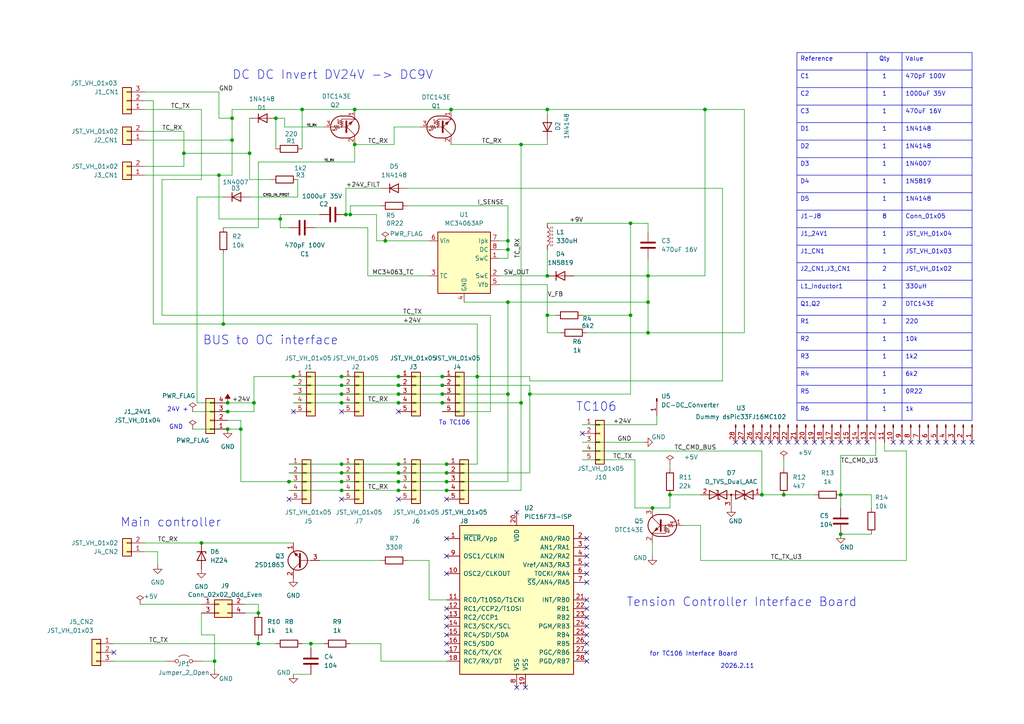
<source format=kicad_sch>
(kicad_sch (version 20250114) (generator "eeschema") (generator_version "9.0")
  (paper "A4")
  (text "TC106" (at 172.974 118.11 0) (effects (font (size 2.54 2.54))))
  (text "24V +" (at 51.562 118.872 0) (effects (font (size 1.27 1.27))))
  (text "GND" (at 51.054 123.952 0) (effects (font (size 1.27 1.27))))
  (text "Tension Controller Interface Board" (at 215.138 174.752 0) (effects (font (size 2.54 2.54))))
  (text "for TC106 Interface Board" (at 201.168 189.738 0) (effects (font (size 1.27 1.27))))
  (text "BUS to OC interface" (at 78.486 98.806 0) (effects (font (size 2.54 2.54))))
  (text "To TC106" (at 131.826 122.682 0) (effects (font (size 1.27 1.27))))
  (text "DC DC Invert DV24V -> DC9V" (at 96.52 21.844 0) (effects (font (size 2.54 2.54))))
  (text "2026.2.11" (at 213.868 193.294 0) (effects (font (size 1.27 1.27))))
  (text "Main controller" (at 49.53 151.638 0) (effects (font (size 2.54 2.54))))
  (junction (at 128.27 114.3))
  (junction (at 81.28 63.5))
  (junction (at 130.81 31.75))
  (junction (at 158.75 91.44))
  (junction (at 153.67 114.3))
  (junction (at 115.57 109.22))
  (junction (at 129.54 137.16))
  (junction (at 115.57 111.76))
  (junction (at 115.57 139.7))
  (junction (at 147.32 87.63))
  (junction (at 147.32 72.39))
  (junction (at 83.82 139.7))
  (junction (at 111.76 69.85))
  (junction (at 189.23 147.32))
  (junction (at 147.32 114.3))
  (junction (at 243.84 143.51))
  (junction (at 128.27 116.84))
  (junction (at 151.13 41.91))
  (junction (at 115.57 114.3))
  (junction (at 53.34 44.45))
  (junction (at 62.23 191.77))
  (junction (at 80.01 34.29))
  (junction (at 227.33 143.51))
  (junction (at 182.88 91.44))
  (junction (at 187.96 87.63))
  (junction (at 101.6 62.23))
  (junction (at 220.98 143.51))
  (junction (at 158.75 80.01))
  (junction (at 243.84 154.94))
  (junction (at 194.31 143.51))
  (junction (at 115.57 142.24))
  (junction (at 67.31 34.29))
  (junction (at 158.75 31.75))
  (junction (at 69.85 124.46))
  (junction (at 99.06 109.22))
  (junction (at 74.93 177.8))
  (junction (at 58.42 157.48))
  (junction (at 138.43 109.22))
  (junction (at 99.06 114.3))
  (junction (at 115.57 137.16))
  (junction (at 102.87 41.91))
  (junction (at 129.54 139.7))
  (junction (at 102.87 31.75))
  (junction (at 187.96 80.01))
  (junction (at 187.96 96.52))
  (junction (at 147.32 69.85))
  (junction (at 72.39 44.45))
  (junction (at 64.77 93.98))
  (junction (at 66.04 119.38))
  (junction (at 67.31 40.64))
  (junction (at 128.27 109.22))
  (junction (at 63.5 50.8))
  (junction (at 99.06 116.84))
  (junction (at 66.04 116.84))
  (junction (at 99.06 142.24))
  (junction (at 87.63 31.75))
  (junction (at 129.54 142.24))
  (junction (at 99.06 134.62))
  (junction (at 100.33 62.23))
  (junction (at 85.09 109.22))
  (junction (at 182.88 64.77))
  (junction (at 99.06 137.16))
  (junction (at 115.57 116.84))
  (junction (at 66.04 124.46))
  (junction (at 99.06 139.7))
  (junction (at 128.27 111.76))
  (junction (at 129.54 134.62))
  (junction (at 99.06 111.76))
  (junction (at 74.93 186.69))
  (junction (at 90.17 186.69))
  (junction (at 151.13 116.84))
  (junction (at 115.57 134.62))
  (junction (at 204.47 31.75))
  (junction (at 73.66 116.84))
  (no_connect (at 83.82 144.78))
  (no_connect (at 170.18 168.91))
  (no_connect (at 33.02 189.23))
  (no_connect (at 218.44 128.27))
  (no_connect (at 231.14 128.27))
  (no_connect (at 220.98 128.27))
  (no_connect (at 226.06 128.27))
  (no_connect (at 129.54 161.29))
  (no_connect (at 241.3 128.27))
  (no_connect (at 170.18 176.53))
  (no_connect (at 129.54 189.23))
  (no_connect (at 223.52 128.27))
  (no_connect (at 129.54 144.78))
  (no_connect (at 129.54 181.61))
  (no_connect (at 170.18 186.69))
  (no_connect (at 271.78 128.27))
  (no_connect (at 115.57 119.38))
  (no_connect (at 85.09 119.38))
  (no_connect (at 274.32 128.27))
  (no_connect (at 170.18 189.23))
  (no_connect (at 261.62 128.27))
  (no_connect (at 248.92 128.27))
  (no_connect (at 170.18 156.21))
  (no_connect (at 228.6 128.27))
  (no_connect (at 281.94 128.27))
  (no_connect (at 236.22 128.27))
  (no_connect (at 170.18 158.75))
  (no_connect (at 99.06 144.78))
  (no_connect (at 149.86 148.59))
  (no_connect (at 259.08 128.27))
  (no_connect (at 129.54 184.15))
  (no_connect (at 129.54 176.53))
  (no_connect (at 170.18 179.07))
  (no_connect (at 243.84 128.27))
  (no_connect (at 251.46 128.27))
  (no_connect (at 213.36 128.27))
  (no_connect (at 170.18 191.77))
  (no_connect (at 129.54 156.21))
  (no_connect (at 269.24 128.27))
  (no_connect (at 233.68 128.27))
  (no_connect (at 170.18 173.99))
  (no_connect (at 170.18 166.37))
  (no_connect (at 276.86 128.27))
  (no_connect (at 266.7 128.27))
  (no_connect (at 170.18 161.29))
  (no_connect (at 129.54 179.07))
  (no_connect (at 215.9 128.27))
  (no_connect (at 246.38 128.27))
  (no_connect (at 170.18 163.83))
  (no_connect (at 152.4 199.39))
  (no_connect (at 129.54 166.37))
  (no_connect (at 129.54 186.69))
  (no_connect (at 170.18 181.61))
  (no_connect (at 264.16 128.27))
  (no_connect (at 168.91 125.73))
  (no_connect (at 149.86 199.39))
  (no_connect (at 238.76 128.27))
  (no_connect (at 99.06 119.38))
  (no_connect (at 279.4 128.27))
  (no_connect (at 170.18 184.15))
  (no_connect (at 115.57 144.78))
  (wire (pts (xy 109.22 69.85) (xy 109.22 62.23)))
  (wire (pts (xy 262.89 162.56) (xy 262.89 130.81)))
  (wire (pts (xy 57.15 57.15) (xy 64.77 57.15)))
  (wire (pts (xy 99.06 142.24) (xy 115.57 142.24)))
  (wire (pts (xy 66.04 116.84) (xy 57.15 116.84)))
  (wire (pts (xy 153.67 110.49) (xy 209.55 110.49)))
  (wire (pts (xy 190.5 123.19) (xy 190.5 120.65)))
  (wire (pts (xy 101.6 59.69) (xy 101.6 62.23)))
  (wire (pts (xy 129.54 137.16) (xy 153.67 137.16)))
  (wire (pts (xy 69.85 121.92) (xy 69.85 124.46)))
  (wire (pts (xy 101.6 62.23) (xy 100.33 62.23)))
  (wire (pts (xy 72.39 44.45) (xy 72.39 52.07)))
  (wire (pts (xy 67.31 34.29) (xy 67.31 40.64)))
  (wire (pts (xy 158.75 31.75) (xy 158.75 33.02)))
  (wire (pts (xy 87.63 31.75) (xy 102.87 31.75)))
  (wire (pts (xy 111.76 69.85) (xy 109.22 69.85)))
  (wire (pts (xy 170.18 96.52) (xy 187.96 96.52)))
  (wire (pts (xy 144.78 72.39) (xy 147.32 72.39)))
  (wire (pts (xy 33.02 186.69) (xy 74.93 186.69)))
  (wire (pts (xy 110.49 54.61) (xy 100.33 54.61)))
  (wire (pts (xy 99.06 134.62) (xy 115.57 134.62)))
  (wire (pts (xy 129.54 191.77) (xy 110.49 191.77)))
  (wire (pts (xy 41.91 50.8) (xy 63.5 50.8)))
  (wire (pts (xy 92.71 162.56) (xy 110.49 162.56)))
  (wire (pts (xy 73.66 116.84) (xy 73.66 109.22)))
  (wire (pts (xy 80.01 34.29) (xy 80.01 43.18)))
  (wire (pts (xy 55.88 119.38) (xy 66.04 119.38)))
  (wire (pts (xy 158.75 41.91) (xy 158.75 40.64)))
  (wire (pts (xy 158.75 64.77) (xy 182.88 64.77)))
  (wire (pts (xy 66.04 121.92) (xy 69.85 121.92)))
  (wire (pts (xy 138.43 109.22) (xy 138.43 134.62)))
  (wire (pts (xy 128.27 116.84) (xy 151.13 116.84)))
  (wire (pts (xy 67.31 31.75) (xy 87.63 31.75)))
  (wire (pts (xy 194.31 134.62) (xy 194.31 135.89)))
  (wire (pts (xy 129.54 142.24) (xy 151.13 142.24)))
  (wire (pts (xy 58.42 184.15) (xy 62.23 184.15)))
  (wire (pts (xy 227.33 133.35) (xy 227.33 135.89)))
  (wire (pts (xy 142.24 91.44) (xy 46.99 91.44)))
  (wire (pts (xy 134.62 87.63) (xy 147.32 87.63)))
  (wire (pts (xy 187.96 80.01) (xy 187.96 87.63)))
  (wire (pts (xy 115.57 114.3) (xy 128.27 114.3)))
  (wire (pts (xy 151.13 116.84) (xy 151.13 41.91)))
  (wire (pts (xy 99.06 114.3) (xy 115.57 114.3)))
  (wire (pts (xy 144.78 82.55) (xy 158.75 82.55)))
  (wire (pts (xy 144.78 80.01) (xy 158.75 80.01)))
  (wire (pts (xy 99.06 111.76) (xy 115.57 111.76)))
  (wire (pts (xy 115.57 116.84) (xy 128.27 116.84)))
  (wire (pts (xy 124.46 69.85) (xy 111.76 69.85)))
  (wire (pts (xy 184.15 133.35) (xy 184.15 147.32)))
  (wire (pts (xy 254 132.08) (xy 254 128.27)))
  (wire (pts (xy 41.91 40.64) (xy 67.31 40.64)))
  (wire (pts (xy 71.12 175.26) (xy 74.93 175.26)))
  (wire (pts (xy 182.88 64.77) (xy 182.88 91.44)))
  (wire (pts (xy 144.78 74.93) (xy 147.32 74.93)))
  (wire (pts (xy 243.84 154.94) (xy 252.73 154.94)))
  (wire (pts (xy 114.3 36.83) (xy 121.92 36.83)))
  (wire (pts (xy 243.84 132.08) (xy 254 132.08)))
  (wire (pts (xy 74.93 186.69) (xy 80.01 186.69)))
  (wire (pts (xy 64.77 93.98) (xy 138.43 93.98)))
  (wire (pts (xy 102.87 46.99) (xy 74.93 46.99)))
  (wire (pts (xy 203.2 152.4) (xy 198.12 152.4)))
  (wire (pts (xy 58.42 191.77) (xy 62.23 191.77)))
  (wire (pts (xy 118.11 59.69) (xy 147.32 59.69)))
  (wire (pts (xy 86.36 57.15) (xy 72.39 57.15)))
  (wire (pts (xy 102.87 41.91) (xy 102.87 46.99)))
  (wire (pts (xy 115.57 137.16) (xy 129.54 137.16)))
  (wire (pts (xy 147.32 59.69) (xy 147.32 69.85)))
  (wire (pts (xy 41.91 48.26) (xy 53.34 48.26)))
  (wire (pts (xy 63.5 63.5) (xy 63.5 50.8)))
  (wire (pts (xy 187.96 87.63) (xy 147.32 87.63)))
  (wire (pts (xy 124.46 80.01) (xy 106.68 80.01)))
  (wire (pts (xy 99.06 116.84) (xy 115.57 116.84)))
  (wire (pts (xy 80.01 34.29) (xy 82.55 34.29)))
  (wire (pts (xy 45.72 160.02) (xy 45.72 163.83)))
  (wire (pts (xy 109.22 62.23) (xy 101.6 62.23)))
  (wire (pts (xy 147.32 69.85) (xy 147.32 72.39)))
  (wire (pts (xy 168.91 130.81) (xy 220.98 130.81)))
  (wire (pts (xy 41.91 160.02) (xy 45.72 160.02)))
  (wire (pts (xy 85.09 111.76) (xy 99.06 111.76)))
  (wire (pts (xy 168.91 133.35) (xy 184.15 133.35)))
  (wire (pts (xy 151.13 41.91) (xy 158.75 41.91)))
  (wire (pts (xy 57.15 116.84) (xy 57.15 57.15)))
  (wire (pts (xy 184.15 147.32) (xy 189.23 147.32)))
  (wire (pts (xy 130.81 41.91) (xy 151.13 41.91)))
  (wire (pts (xy 62.23 184.15) (xy 62.23 191.77)))
  (wire (pts (xy 83.82 66.04) (xy 81.28 66.04)))
  (wire (pts (xy 63.5 34.29) (xy 63.5 26.67)))
  (wire (pts (xy 58.42 31.75) (xy 58.42 52.07)))
  (wire (pts (xy 189.23 147.32) (xy 194.31 147.32)))
  (wire (pts (xy 187.96 80.01) (xy 204.47 80.01)))
  (wire (pts (xy 82.55 34.29) (xy 82.55 36.83)))
  (wire (pts (xy 87.63 186.69) (xy 90.17 186.69)))
  (wire (pts (xy 194.31 143.51) (xy 203.2 143.51)))
  (wire (pts (xy 41.91 38.1) (xy 53.34 38.1)))
  (wire (pts (xy 99.06 137.16) (xy 115.57 137.16)))
  (wire (pts (xy 115.57 134.62) (xy 129.54 134.62)))
  (wire (pts (xy 158.75 91.44) (xy 161.29 91.44)))
  (wire (pts (xy 182.88 64.77) (xy 187.96 64.77)))
  (wire (pts (xy 110.49 59.69) (xy 101.6 59.69)))
  (wire (pts (xy 262.89 162.56) (xy 203.2 162.56)))
  (wire (pts (xy 102.87 31.75) (xy 130.81 31.75)))
  (wire (pts (xy 100.33 54.61) (xy 100.33 62.23)))
  (wire (pts (xy 58.42 157.48) (xy 85.09 157.48)))
  (wire (pts (xy 252.73 143.51) (xy 252.73 147.32)))
  (wire (pts (xy 106.68 80.01) (xy 106.68 66.04)))
  (wire (pts (xy 138.43 93.98) (xy 138.43 109.22)))
  (wire (pts (xy 44.45 29.21) (xy 41.91 29.21)))
  (wire (pts (xy 194.31 143.51) (xy 194.31 147.32)))
  (wire (pts (xy 262.89 130.81) (xy 256.54 130.81)))
  (wire (pts (xy 115.57 139.7) (xy 129.54 139.7)))
  (wire (pts (xy 63.5 34.29) (xy 67.31 34.29)))
  (wire (pts (xy 73.66 109.22) (xy 85.09 109.22)))
  (wire (pts (xy 147.32 72.39) (xy 147.32 74.93)))
  (wire (pts (xy 168.91 91.44) (xy 182.88 91.44)))
  (wire (pts (xy 124.46 173.99) (xy 129.54 173.99)))
  (wire (pts (xy 168.91 123.19) (xy 190.5 123.19)))
  (wire (pts (xy 72.39 34.29) (xy 72.39 44.45)))
  (wire (pts (xy 90.17 186.69) (xy 93.98 186.69)))
  (wire (pts (xy 63.5 50.8) (xy 67.31 50.8)))
  (wire (pts (xy 118.11 54.61) (xy 209.55 54.61)))
  (wire (pts (xy 153.67 111.76) (xy 153.67 114.3)))
  (wire (pts (xy 153.67 109.22) (xy 138.43 109.22)))
  (wire (pts (xy 55.88 124.46) (xy 66.04 124.46)))
  (wire (pts (xy 69.85 139.7) (xy 83.82 139.7)))
  (wire (pts (xy 66.04 116.84) (xy 73.66 116.84)))
  (wire (pts (xy 153.67 114.3) (xy 182.88 114.3)))
  (wire (pts (xy 215.9 96.52) (xy 215.9 31.75)))
  (wire (pts (xy 66.04 124.46) (xy 69.85 124.46)))
  (wire (pts (xy 81.28 62.23) (xy 81.28 63.5)))
  (wire (pts (xy 128.27 119.38) (xy 142.24 119.38)))
  (wire (pts (xy 182.88 114.3) (xy 182.88 91.44)))
  (wire (pts (xy 189.23 157.48) (xy 189.23 161.29)))
  (wire (pts (xy 203.2 162.56) (xy 203.2 152.4)))
  (wire (pts (xy 147.32 87.63) (xy 147.32 114.3)))
  (wire (pts (xy 158.75 82.55) (xy 158.75 91.44)))
  (wire (pts (xy 166.37 80.01) (xy 187.96 80.01)))
  (wire (pts (xy 66.04 119.38) (xy 73.66 119.38)))
  (wire (pts (xy 158.75 96.52) (xy 158.75 91.44)))
  (wire (pts (xy 86.36 52.07) (xy 86.36 57.15)))
  (wire (pts (xy 81.28 66.04) (xy 81.28 63.5)))
  (wire (pts (xy 71.12 177.8) (xy 74.93 177.8)))
  (wire (pts (xy 209.55 110.49) (xy 209.55 54.61)))
  (wire (pts (xy 83.82 137.16) (xy 99.06 137.16)))
  (wire (pts (xy 40.64 175.26) (xy 58.42 175.26)))
  (wire (pts (xy 58.42 177.8) (xy 58.42 184.15)))
  (wire (pts (xy 130.81 31.75) (xy 158.75 31.75)))
  (wire (pts (xy 256.54 130.81) (xy 256.54 128.27)))
  (wire (pts (xy 44.45 29.21) (xy 44.45 93.98)))
  (wire (pts (xy 187.96 96.52) (xy 215.9 96.52)))
  (wire (pts (xy 129.54 134.62) (xy 138.43 134.62)))
  (wire (pts (xy 106.68 66.04) (xy 91.44 66.04)))
  (wire (pts (xy 64.77 66.04) (xy 74.93 66.04)))
  (wire (pts (xy 128.27 109.22) (xy 138.43 109.22)))
  (wire (pts (xy 69.85 124.46) (xy 69.85 139.7)))
  (wire (pts (xy 74.93 66.04) (xy 74.93 46.99)))
  (wire (pts (xy 215.9 31.75) (xy 204.47 31.75)))
  (wire (pts (xy 82.55 36.83) (xy 93.98 36.83)))
  (wire (pts (xy 128.27 114.3) (xy 147.32 114.3)))
  (wire (pts (xy 243.84 132.08) (xy 243.84 143.51)))
  (wire (pts (xy 153.67 114.3) (xy 153.67 137.16)))
  (wire (pts (xy 220.98 143.51) (xy 227.33 143.51)))
  (wire (pts (xy 168.91 128.27) (xy 186.69 128.27)))
  (wire (pts (xy 158.75 72.39) (xy 158.75 80.01)))
  (wire (pts (xy 73.66 119.38) (xy 73.66 116.84)))
  (wire (pts (xy 44.45 93.98) (xy 64.77 93.98)))
  (wire (pts (xy 83.82 142.24) (xy 99.06 142.24)))
  (wire (pts (xy 220.98 130.81) (xy 220.98 143.51)))
  (wire (pts (xy 118.11 162.56) (xy 124.46 162.56)))
  (wire (pts (xy 46.99 52.07) (xy 58.42 52.07)))
  (wire (pts (xy 74.93 185.42) (xy 74.93 186.69)))
  (wire (pts (xy 62.23 191.77) (xy 62.23 194.31)))
  (wire (pts (xy 115.57 111.76) (xy 128.27 111.76)))
  (wire (pts (xy 204.47 31.75) (xy 204.47 80.01)))
  (wire (pts (xy 53.34 38.1) (xy 53.34 44.45)))
  (wire (pts (xy 115.57 109.22) (xy 128.27 109.22)))
  (wire (pts (xy 124.46 162.56) (xy 124.46 173.99)))
  (wire (pts (xy 85.09 195.58) (xy 90.17 195.58)))
  (wire (pts (xy 53.34 44.45) (xy 53.34 48.26)))
  (wire (pts (xy 115.57 142.24) (xy 129.54 142.24)))
  (wire (pts (xy 72.39 52.07) (xy 78.74 52.07)))
  (wire (pts (xy 85.09 114.3) (xy 99.06 114.3)))
  (wire (pts (xy 99.06 139.7) (xy 115.57 139.7)))
  (wire (pts (xy 110.49 191.77) (xy 110.49 186.69)))
  (wire (pts (xy 83.82 134.62) (xy 99.06 134.62)))
  (wire (pts (xy 144.78 69.85) (xy 147.32 69.85)))
  (wire (pts (xy 142.24 119.38) (xy 142.24 91.44)))
  (wire (pts (xy 128.27 111.76) (xy 153.67 111.76)))
  (wire (pts (xy 204.47 31.75) (xy 158.75 31.75)))
  (wire (pts (xy 64.77 73.66) (xy 64.77 93.98)))
  (wire (pts (xy 153.67 110.49) (xy 153.67 109.22)))
  (wire (pts (xy 33.02 191.77) (xy 48.26 191.77)))
  (wire (pts (xy 85.09 116.84) (xy 99.06 116.84)))
  (wire (pts (xy 99.06 109.22) (xy 115.57 109.22)))
  (wire (pts (xy 41.91 31.75) (xy 58.42 31.75)))
  (wire (pts (xy 243.84 143.51) (xy 252.73 143.51)))
  (wire (pts (xy 129.54 139.7) (xy 147.32 139.7)))
  (wire (pts (xy 74.93 175.26) (xy 74.93 177.8)))
  (wire (pts (xy 162.56 96.52) (xy 158.75 96.52)))
  (wire (pts (xy 63.5 26.67) (xy 41.91 26.67)))
  (wire (pts (xy 72.39 44.45) (xy 53.34 44.45)))
  (wire (pts (xy 187.96 87.63) (xy 187.96 96.52)))
  (wire (pts (xy 102.87 41.91) (xy 114.3 41.91)))
  (wire (pts (xy 67.31 31.75) (xy 67.31 34.29)))
  (wire (pts (xy 83.82 139.7) (xy 99.06 139.7)))
  (wire (pts (xy 85.09 109.22) (xy 99.06 109.22)))
  (wire (pts (xy 41.91 157.48) (xy 58.42 157.48)))
  (wire (pts (xy 243.84 143.51) (xy 243.84 147.32)))
  (wire (pts (xy 67.31 50.8) (xy 67.31 40.64)))
  (wire (pts (xy 147.32 114.3) (xy 147.32 139.7)))
  (wire (pts (xy 92.71 62.23) (xy 81.28 62.23)))
  (wire (pts (xy 90.17 186.69) (xy 90.17 187.96)))
  (wire (pts (xy 87.63 31.75) (xy 87.63 43.18)))
  (wire (pts (xy 110.49 186.69) (xy 101.6 186.69)))
  (wire (pts (xy 227.33 143.51) (xy 236.22 143.51)))
  (wire (pts (xy 151.13 142.24) (xy 151.13 116.84)))
  (wire (pts (xy 187.96 74.93) (xy 187.96 80.01)))
  (wire (pts (xy 81.28 63.5) (xy 63.5 63.5)))
  (wire (pts (xy 187.96 64.77) (xy 187.96 67.31)))
  (wire (pts (xy 46.99 91.44) (xy 46.99 52.07)))
  (wire (pts (xy 114.3 41.91) (xy 114.3 36.83)))
  (table (column_count 3) (border (external yes) (header yes)) (separators (rows yes) (cols yes)) (column_widths 20.32 10.16 20.32) (row_heights 5.08 5.08 5.08 5.08 5.08 5.08 5.08 5.08 5.08 5.08 5.08 5.08 5.08 5.08 5.08 5.08 5.08 5.08 5.08 5.08 5.08) (cells (table_cell "Reference" (at 231.14 15.24 0) (size 20.32 5.08) (margins 0.9525 0.9525 0.9525 0.9525) (span 1 1)) (table_cell "Qty" (at 251.46 15.24 0) (size 10.16 5.08) (margins 0.9525 0.9525 0.9525 0.9525) (span 1 1)) (table_cell "Value" (at 261.62 15.24 0) (size 20.32 5.08) (margins 0.9525 0.9525 0.9525 0.9525) (span 1 1)) (table_cell "C1" (at 231.14 20.32 0) (size 20.32 5.08) (margins 0.9525 0.9525 0.9525 0.9525) (span 1 1)) (table_cell "1" (at 251.46 20.32 0) (size 10.16 5.08) (margins 0.9525 0.9525 0.9525 0.9525) (span 1 1)) (table_cell "470pF 100V" (at 261.62 20.32 0) (size 20.32 5.08) (margins 0.9525 0.9525 0.9525 0.9525) (span 1 1)) (table_cell "C2" (at 231.14 25.4 0) (size 20.32 5.08) (margins 0.9525 0.9525 0.9525 0.9525) (span 1 1)) (table_cell "1" (at 251.46 25.4 0) (size 10.16 5.08) (margins 0.9525 0.9525 0.9525 0.9525) (span 1 1)) (table_cell "1000uF 35V" (at 261.62 25.4 0) (size 20.32 5.08) (margins 0.9525 0.9525 0.9525 0.9525) (span 1 1)) (table_cell "C3" (at 231.14 30.48 0) (size 20.32 5.08) (margins 0.9525 0.9525 0.9525 0.9525) (span 1 1)) (table_cell "1" (at 251.46 30.48 0) (size 10.16 5.08) (margins 0.9525 0.9525 0.9525 0.9525) (span 1 1)) (table_cell "470uF 16V" (at 261.62 30.48 0) (size 20.32 5.08) (margins 0.9525 0.9525 0.9525 0.9525) (span 1 1)) (table_cell "D1" (at 231.14 35.56 0) (size 20.32 5.08) (margins 0.9525 0.9525 0.9525 0.9525) (span 1 1)) (table_cell "1" (at 251.46 35.56 0) (size 10.16 5.08) (margins 0.9525 0.9525 0.9525 0.9525) (span 1 1)) (table_cell "1N4148" (at 261.62 35.56 0) (size 20.32 5.08) (margins 0.9525 0.9525 0.9525 0.9525) (span 1 1)) (table_cell "D2" (at 231.14 40.64 0) (size 20.32 5.08) (margins 0.9525 0.9525 0.9525 0.9525) (span 1 1)) (table_cell "1" (at 251.46 40.64 0) (size 10.16 5.08) (margins 0.9525 0.9525 0.9525 0.9525) (span 1 1)) (table_cell "1N4148" (at 261.62 40.64 0) (size 20.32 5.08) (margins 0.9525 0.9525 0.9525 0.9525) (span 1 1)) (table_cell "D3" (at 231.14 45.72 0) (size 20.32 5.08) (margins 0.9525 0.9525 0.9525 0.9525) (span 1 1)) (table_cell "1" (at 251.46 45.72 0) (size 10.16 5.08) (margins 0.9525 0.9525 0.9525 0.9525) (span 1 1)) (table_cell "1N4007" (at 261.62 45.72 0) (size 20.32 5.08) (margins 0.9525 0.9525 0.9525 0.9525) (span 1 1)) (table_cell "D4" (at 231.14 50.8 0) (size 20.32 5.08) (margins 0.9525 0.9525 0.9525 0.9525) (span 1 1)) (table_cell "1" (at 251.46 50.8 0) (size 10.16 5.08) (margins 0.9525 0.9525 0.9525 0.9525) (span 1 1)) (table_cell "1N5819" (at 261.62 50.8 0) (size 20.32 5.08) (margins 0.9525 0.9525 0.9525 0.9525) (span 1 1)) (table_cell "D5" (at 231.14 55.88 0) (size 20.32 5.08) (margins 0.9525 0.9525 0.9525 0.9525) (span 1 1)) (table_cell "1" (at 251.46 55.88 0) (size 10.16 5.08) (margins 0.9525 0.9525 0.9525 0.9525) (span 1 1)) (table_cell "1N4148" (at 261.62 55.88 0) (size 20.32 5.08) (margins 0.9525 0.9525 0.9525 0.9525) (span 1 1)) (table_cell "J1-J8" (at 231.14 60.96 0) (size 20.32 5.08) (margins 0.9525 0.9525 0.9525 0.9525) (span 1 1)) (table_cell "8" (at 251.46 60.96 0) (size 10.16 5.08) (margins 0.9525 0.9525 0.9525 0.9525) (span 1 1)) (table_cell "Conn_01x05" (at 261.62 60.96 0) (size 20.32 5.08) (margins 0.9525 0.9525 0.9525 0.9525) (span 1 1)) (table_cell "J1_24V1" (at 231.14 66.04 0) (size 20.32 5.08) (margins 0.9525 0.9525 0.9525 0.9525) (span 1 1)) (table_cell "1" (at 251.46 66.04 0) (size 10.16 5.08) (margins 0.9525 0.9525 0.9525 0.9525) (span 1 1)) (table_cell "JST_VH_01x04" (at 261.62 66.04 0) (size 20.32 5.08) (margins 0.9525 0.9525 0.9525 0.9525) (span 1 1)) (table_cell "J1_CN1" (at 231.14 71.12 0) (size 20.32 5.08) (margins 0.9525 0.9525 0.9525 0.9525) (span 1 1)) (table_cell "1" (at 251.46 71.12 0) (size 10.16 5.08) (margins 0.9525 0.9525 0.9525 0.9525) (span 1 1)) (table_cell "JST_VH_01x03" (at 261.62 71.12 0) (size 20.32 5.08) (margins 0.9525 0.9525 0.9525 0.9525) (span 1 1)) (table_cell "J2_CN1,J3_CN1" (at 231.14 76.2 0) (size 20.32 5.08) (margins 0.9525 0.9525 0.9525 0.9525) (span 1 1)) (table_cell "2" (at 251.46 76.2 0) (size 10.16 5.08) (margins 0.9525 0.9525 0.9525 0.9525) (span 1 1)) (table_cell "JST_VH_01x02" (at 261.62 76.2 0) (size 20.32 5.08) (margins 0.9525 0.9525 0.9525 0.9525) (span 1 1)) (table_cell "L1_Inductor1" (at 231.14 81.28 0) (size 20.32 5.08) (margins 0.9525 0.9525 0.9525 0.9525) (span 1 1)) (table_cell "1" (at 251.46 81.28 0) (size 10.16 5.08) (margins 0.9525 0.9525 0.9525 0.9525) (span 1 1)) (table_cell "330uH" (at 261.62 81.28 0) (size 20.32 5.08) (margins 0.9525 0.9525 0.9525 0.9525) (span 1 1)) (table_cell "Q1,Q2" (at 231.14 86.36 0) (size 20.32 5.08) (margins 0.9525 0.9525 0.9525 0.9525) (span 1 1)) (table_cell "2" (at 251.46 86.36 0) (size 10.16 5.08) (margins 0.9525 0.9525 0.9525 0.9525) (span 1 1)) (table_cell "DTC143E" (at 261.62 86.36 0) (size 20.32 5.08) (margins 0.9525 0.9525 0.9525 0.9525) (span 1 1)) (table_cell "R1" (at 231.14 91.44 0) (size 20.32 5.08) (margins 0.9525 0.9525 0.9525 0.9525) (span 1 1)) (table_cell "1" (at 251.46 91.44 0) (size 10.16 5.08) (margins 0.9525 0.9525 0.9525 0.9525) (span 1 1)) (table_cell "220" (at 261.62 91.44 0) (size 20.32 5.08) (margins 0.9525 0.9525 0.9525 0.9525) (span 1 1)) (table_cell "R2" (at 231.14 96.52 0) (size 20.32 5.08) (margins 0.9525 0.9525 0.9525 0.9525) (span 1 1)) (table_cell "1" (at 251.46 96.52 0) (size 10.16 5.08) (margins 0.9525 0.9525 0.9525 0.9525) (span 1 1)) (table_cell "10k" (at 261.62 96.52 0) (size 20.32 5.08) (margins 0.9525 0.9525 0.9525 0.9525) (span 1 1)) (table_cell "R3" (at 231.14 101.6 0) (size 20.32 5.08) (margins 0.9525 0.9525 0.9525 0.9525) (span 1 1)) (table_cell "1" (at 251.46 101.6 0) (size 10.16 5.08) (margins 0.9525 0.9525 0.9525 0.9525) (span 1 1)) (table_cell "1k2" (at 261.62 101.6 0) (size 20.32 5.08) (margins 0.9525 0.9525 0.9525 0.9525) (span 1 1)) (table_cell "R4" (at 231.14 106.68 0) (size 20.32 5.08) (margins 0.9525 0.9525 0.9525 0.9525) (span 1 1)) (table_cell "1" (at 251.46 106.68 0) (size 10.16 5.08) (margins 0.9525 0.9525 0.9525 0.9525) (span 1 1)) (table_cell "6k2" (at 261.62 106.68 0) (size 20.32 5.08) (margins 0.9525 0.9525 0.9525 0.9525) (span 1 1)) (table_cell "R5" (at 231.14 111.76 0) (size 20.32 5.08) (margins 0.9525 0.9525 0.9525 0.9525) (span 1 1)) (table_cell "1" (at 251.46 111.76 0) (size 10.16 5.08) (margins 0.9525 0.9525 0.9525 0.9525) (span 1 1)) (table_cell "0R22" (at 261.62 111.76 0) (size 20.32 5.08) (margins 0.9525 0.9525 0.9525 0.9525) (span 1 1)) (table_cell "R6" (at 231.14 116.84 0) (size 20.32 5.08) (margins 0.9525 0.9525 0.9525 0.9525) (span 1 1)) (table_cell "1" (at 251.46 116.84 0) (size 10.16 5.08) (margins 0.9525 0.9525 0.9525 0.9525) (span 1 1)) (table_cell "1k" (at 261.62 116.84 0) (size 20.32 5.08) (margins 0.9525 0.9525 0.9525 0.9525) (span 1 1))))
  (label "TC_TX_U3" (at 223.52 162.56 0))
  (label "TC_RX" (at 45.72 157.48 0))
  (label "TC_CMD_U3" (at 243.84 134.62 0))
  (label "+24V" (at 177.8 123.19 0))
  (label "GND" (at 63.5 26.67 0))
  (label "+9V" (at 165.1 64.77 0))
  (label "TC_TX" (at 177.8 133.35 0))
  (label "I_SENSE" (at 138.43 59.69 0))
  (label "MC34063_TC" (at 107.95 80.01 0))
  (label "TC_RX" (at 139.7 41.91 0))
  (label "TC_RX" (at 106.68 41.91 0))
  (label "+24V" (at 116.84 93.98 0))
  (label "TC_RX" (at 93.98 46.99 0) (effects (font (size 0.635 0.635))))
  (label "TC_TX" (at 43.18 186.69 0))
  (label "TC_RX" (at 106.68 142.24 0))
  (label "GND" (at 179.07 128.27 0))
  (label "TC_CMD_BUS" (at 195.58 130.81 0))
  (label "TC_RX" (at 46.99 38.1 0))
  (label "TC_RX" (at 88.9 36.83 0) (effects (font (size 0.635 0.635))))
  (label "TC_TX" (at 49.53 31.75 0))
  (label "TC_RX" (at 151.13 74.93 90))
  (label "TC_RX" (at 106.68 116.84 0))
  (label "CMD_IN_PROT" (at 76.2 57.15 0) (effects (font (size 0.762 0.762))))
  (label "TC_TX" (at 116.84 91.44 0))
  (label "+24V_FILT" (at 100.33 54.61 0))
  (label "V_FB" (at 158.75 86.36 0))
  (label "SW_OUT" (at 146.05 80.01 0))
  (label "+24V" (at 67.31 116.84 0))
  (symbol (lib_id "power:GND") (at 189.23 161.29 0) (unit 1)
    (property "Reference" "#PWR0102" (effects (hide yes)))
    (property "Value" "GND" (at 185.674 161.798 0))
    (property "Description" "Power symbol creates a global label with name \"GND\" , ground" (effects (hide yes)))
  )
  (symbol (lib_id "Device:C") (at 90.17 191.77 0) (unit 1)
    (property "Reference" "C4" (at 93.98 190.4999 0) (effects (justify left)))
    (property "Value" "104" (at 93.98 193.0399 0) (effects (justify left)))
    (property "Footprint" "Capacitor_THT:C_Disc_D5.0mm_W2.5mm_P2.50mm" (effects (hide yes)))
    (property "Description" "Unpolarized capacitor" (effects (hide yes)))
  )
  (symbol (lib_id "Device:R") (at 166.37 96.52 90) (unit 1)
    (property "Reference" "R6" (at 167.386 99.06 90))
    (property "Value" "1k" (at 167.386 101.6 90))
    (property "Footprint" "Resistor_THT:R_Axial_DIN0204_L3.6mm_D1.6mm_P7.62mm_Horizontal" (effects (hide yes)))
    (property "Description" "Resistor" (effects (hide yes)))
  )
  (symbol (lib_id "power:GND") (at 58.42 165.1 0) (unit 1)
    (property "Reference" "#PWR04" (effects (hide yes)))
    (property "Value" "GND" (at 58.42 170.18 0))
    (property "Description" "Power symbol creates a global label with name \"GND\" , ground" (effects (hide yes)))
  )
  (symbol (lib_id "Device:R") (at 165.1 91.44 90) (unit 1)
    (property "Reference" "R4" (at 168.91 92.456 90) (effects (justify right)))
    (property "Value" "6k2" (at 168.656 94.488 90) (effects (justify right)))
    (property "Footprint" "Resistor_THT:R_Axial_DIN0207_L6.3mm_D2.5mm_P7.62mm_Horizontal" (effects (hide yes)))
    (property "Description" "Resistor" (effects (hide yes)))
  )
  (symbol (lib_id "power:GND") (at 85.09 195.58 0) (unit 1)
    (property "Reference" "#PWR07" (effects (hide yes)))
    (property "Value" "GND" (at 82.296 195.072 0))
    (property "Description" "Power symbol creates a global label with name \"GND\" , ground" (effects (hide yes)))
  )
  (symbol (lib_id "Regulator_Switching:MC34063AP") (at 134.62 74.93 0) (unit 1)
    (property "Reference" "U1" (at 134.62 62.23 0))
    (property "Value" "MC34063AP" (at 134.62 64.77 0))
    (property "Footprint" "Package_DIP:DIP-8_W7.62mm" (effects (hide yes)))
    (property "Datasheet" "http://www.onsemi.com/pub_link/Collateral/MC34063A-D.PDF" (effects (hide yes)))
    (property "Description" "1.5A, step-up/down/inverting switching regulator, 3-40V Vin, 100kHz, DIP-8" (effects (hide yes)))
  )
  (symbol (lib_id "Device:R") (at 83.82 186.69 90) (unit 1)
    (property "Reference" "R8" (at 83.82 180.34 90))
    (property "Value" "1k" (at 83.82 182.88 90))
    (property "Footprint" "Resistor_THT:R_Axial_DIN0204_L3.6mm_D1.6mm_P7.62mm_Horizontal" (effects (hide yes)))
    (property "Description" "Resistor" (effects (hide yes)))
  )
  (symbol (lib_id "Device:R") (at 252.73 151.13 0) (unit 1)
    (property "Reference" "R14" (at 253.746 144.272 0) (effects (justify left)))
    (property "Value" "10k" (at 253.746 146.812 0) (effects (justify left)))
    (property "Footprint" "Resistor_THT:R_Axial_DIN0204_L3.6mm_D1.6mm_P7.62mm_Horizontal" (effects (hide yes)))
    (property "Description" "Resistor" (effects (hide yes)))
  )
  (symbol (lib_id "Device:D") (at 68.58 57.15 0) (unit 1)
    (property "Reference" "D3" (at 68.326 54.61 0))
    (property "Value" "1N4007" (at 68.326 52.832 0))
    (property "Footprint" "Diode_THT:D_DO-41_SOD81_P7.62mm_Horizontal" (effects (hide yes)))
    (property "Description" "Diode" (effects (hide yes)))
    (property "Sim.Device" "D" (effects (hide yes)))
    (property "Sim.Pins" "1=K 2=A" (effects (hide yes)))
  )
  (symbol (lib_id "Connector_Generic:Conn_01x02") (at 36.83 50.8 180) (unit 1)
    (property "Reference" "J3_CN1" (at 34.29 50.8001 0) (effects (justify left)))
    (property "Value" "JST_VH_01x02" (at 34.29 48.2601 0) (effects (justify left)))
    (property "Footprint" "Connector_JST:JST_VH_B2P-VH-B_1x02_P3.96mm_Vertical" (effects (hide yes)))
    (property "Description" "Generic connector, single row, 01x02, script generated (kicad-library-utils/schlib/autogen/connector/)" (effects (hide yes)))
  )
  (symbol (lib_id "Connector_Generic:Conn_01x02") (at 36.83 160.02 180) (unit 1)
    (property "Reference" "J4_CN2" (at 34.29 160.0201 0) (effects (justify left)))
    (property "Value" "JST_VH_01x02" (at 34.29 157.4801 0) (effects (justify left)))
    (property "Footprint" "Connector_JST:JST_VH_B2P-VH-B_1x02_P3.96mm_Vertical" (effects (hide yes)))
    (property "Description" "Generic connector, single row, 01x02, script generated (kicad-library-utils/schlib/autogen/connector/)" (effects (hide yes)))
  )
  (symbol (lib_id "Connector_Generic:Conn_02x02_Odd_Even") (at 63.5 175.26 0) (unit 1)
    (property "Reference" "J9" (at 65.278 169.926 0))
    (property "Value" "Conn_02x02_Odd_Even" (at 65.278 172.466 0))
    (property "Description" "Generic connector, double row, 02x02, odd/even pin numbering scheme (row 1 odd numbers, row 2 even numbers), script generated (kicad-library-utils/schlib/autogen/connector/)" (effects (hide yes)))
  )
  (symbol (lib_id "Transistor_BJT:DTC143E") (at 128.27 36.83 0) (mirror x) (unit 1)
    (property "Reference" "Q1" (at 126.492 30.734 0))
    (property "Value" "DTC143E" (at 126.492 28.194 0))
    (property "Footprint" "Package_TO_SOT_THT:TO-92_Inline" (effects (hide yes)))
    (property "Description" "Digital NPN Transistor, 4k7/4k7, SOT-23" (effects (hide yes)))
  )
  (symbol (lib_id "Device:D_TVS_Dual_AAC") (at 212.09 143.51 0) (mirror y) (unit 1)
    (property "Reference" "D7" (at 212.09 137.16 0))
    (property "Value" "D_TVS_Dual_AAC" (at 212.09 139.7 0))
    (property "Footprint" "Package_TO_SOT_SMD:SOT-23" (effects (hide yes)))
    (property "Description" "Bidirectional dual transient-voltage-suppression diode, center on pin 3" (effects (hide yes)))
  )
  (symbol (lib_id "Connector_Generic:Conn_01x03") (at 27.94 189.23 0) (mirror y) (unit 1)
    (property "Reference" "J5_CN2" (at 27.178 180.34 0) (effects (justify left)))
    (property "Value" "JST_VH_01x03" (at 27.178 182.88 0) (effects (justify left)))
    (property "Footprint" "Connector_JST:JST_VH_B3P-VH-B_1x03_P3.96mm_Vertical" (effects (hide yes)))
    (property "Description" "Generic connector, single row, 01x03, script generated (kicad-library-utils/schlib/autogen/connector/)" (effects (hide yes)))
  )
  (symbol (lib_id "power:GND") (at 212.09 147.32 0) (unit 1)
    (property "Reference" "#PWR09" (effects (hide yes)))
    (property "Value" "GND" (at 213.36 151.13 0))
    (property "Description" "Power symbol creates a global label with name \"GND\" , ground" (effects (hide yes)))
  )
  (symbol (lib_id "power:GND") (at 66.04 124.46 0) (unit 1)
    (property "Reference" "#PWR0103" (effects (hide yes)))
    (property "Value" "GND" (at 66.04 129.54 0))
    (property "Description" "Power symbol creates a global label with name \"GND\" , ground" (effects (hide yes)))
  )
  (symbol (lib_id "Connector_Generic:Conn_01x05") (at 104.14 139.7 0) (unit 1)
    (property "Reference" "J7" (at 104.14 151.13 0))
    (property "Value" "JST_VH_01x05" (at 104.14 148.59 0))
    (property "Footprint" "Connector_JST:JST_VH_B5P-VH-B_1x05_P3.96mm_Vertical" (effects (hide yes)))
    (property "Description" "Generic connector, single row, 01x05, script generated (kicad-library-utils/schlib/autogen/connector/)" (effects (hide yes)))
  )
  (symbol (lib_name "DTC143E_2") (lib_id "Transistor_BJT:DTC143E") (at 191.77 152.4 0) (mirror y) (unit 1)
    (property "Reference" "Q5" (at 186.69 151.1299 0) (effects (justify left)))
    (property "Value" "DTC143E" (at 186.69 153.6699 0) (effects (justify left)))
    (property "Footprint" "Package_TO_SOT_SMD:SOT-23" (effects (hide yes)))
    (property "Description" "Digital NPN Transistor, 4k7/4k7, SOT-23" (effects (hide yes)))
  )
  (symbol (lib_id "Device:D") (at 76.2 34.29 0) (unit 1)
    (property "Reference" "D1" (at 75.946 31.242 0))
    (property "Value" "1N4148" (at 75.946 28.702 0))
    (property "Footprint" "Diode_THT:D_DO-41_SOD81_P7.62mm_Horizontal" (effects (hide yes)))
    (property "Description" "Diode" (effects (hide yes)))
    (property "Sim.Device" "D" (effects (hide yes)))
    (property "Sim.Pins" "1=K 2=A" (effects (hide yes)))
  )
  (symbol (lib_id "power:PWR_FLAG") (at 227.33 133.35 0) (unit 1)
    (property "Reference" "#U11_POWER_5V01" (effects (hide yes)))
    (property "Value" "+5V" (at 233.426 131.318 0))
    (property "Description" "Special symbol for telling ERC where power comes from" (effects (hide yes)))
  )
  (symbol (lib_id "power:PWR_FLAG") (at 55.88 119.38 0) (unit 1)
    (property "Reference" "#FLG01" (effects (hide yes)))
    (property "Value" "PWR_FLAG" (at 51.816 114.808 0))
    (property "Description" "Special symbol for telling ERC where power comes from" (effects (hide yes)))
  )
  (symbol (lib_id "Connector_Generic:Conn_01x04") (at 60.96 121.92 180) (unit 1)
    (property "Reference" "J1_24V1" (at 39.878 119.38 0))
    (property "Value" "JST_VH_01x04" (at 39.878 121.92 0))
    (property "Footprint" "Connector_JST:JST_VH_B4P-VH-B_1x04_P3.96mm_Vertical" (effects (hide yes)))
    (property "Description" "Generic connector, single row, 01x04, script generated (kicad-library-utils/schlib/autogen/connector/)" (effects (hide yes)))
  )
  (symbol (lib_id "power:PWR_FLAG") (at 40.64 175.26 0) (unit 1)
    (property "Reference" "#POWER_5V0101" (effects (hide yes)))
    (property "Value" "+5V" (at 43.688 172.974 0))
    (property "Description" "Special symbol for telling ERC where power comes from" (effects (hide yes)))
  )
  (symbol (lib_id "power:GND") (at 45.72 163.83 0) (unit 1)
    (property "Reference" "#PWR03" (effects (hide yes)))
    (property "Value" "GND" (at 45.72 168.91 0))
    (property "Description" "Power symbol creates a global label with name \"GND\" , ground" (effects (hide yes)))
  )
  (symbol (lib_id "power:GND") (at 85.09 167.64 0) (unit 1)
    (property "Reference" "#PWR05" (effects (hide yes)))
    (property "Value" "GND" (at 85.09 172.72 0))
    (property "Description" "Power symbol creates a global label with name \"GND\" , ground" (effects (hide yes)))
  )
  (symbol (lib_id "Connector_Generic:Conn_01x05") (at 104.14 114.3 0) (unit 1)
    (property "Reference" "J2" (at 103.124 106.426 0))
    (property "Value" "JST_VH_01x05" (at 103.124 103.886 0))
    (property "Footprint" "Connector_JST:JST_VH_B5P-VH-B_1x05_P3.96mm_Vertical" (effects (hide yes)))
    (property "Description" "Generic connector, single row, 01x05, script generated (kicad-library-utils/schlib/autogen/connector/)" (effects (hide yes)))
  )
  (symbol (lib_id "Device:R") (at 97.79 186.69 90) (unit 1)
    (property "Reference" "R9" (at 97.79 180.34 90))
    (property "Value" "1k" (at 97.79 182.88 90))
    (property "Footprint" "Resistor_THT:R_Axial_DIN0204_L3.6mm_D1.6mm_P7.62mm_Horizontal" (effects (hide yes)))
    (property "Description" "Resistor" (effects (hide yes)))
  )
  (symbol (lib_id "power:GND") (at 243.84 154.94 0) (unit 1)
    (property "Reference" "#PWR010" (effects (hide yes)))
    (property "Value" "GND" (at 245.618 158.75 0))
    (property "Description" "Power symbol creates a global label with name \"GND\" , ground" (effects (hide yes)))
  )
  (symbol (lib_id "Device:C") (at 96.52 62.23 270) (unit 1)
    (property "Reference" "C2" (at 95.25 59.182 90) (effects (justify right)))
    (property "Value" "1000uF 35V" (at 99.314 56.896 90) (effects (justify right)))
    (property "Footprint" "Capacitor_THT:CP_Radial_D12.5mm_P5.00mm" (effects (hide yes)))
    (property "Description" "Unpolarized capacitor" (effects (hide yes)))
  )
  (symbol (lib_id "Device:R") (at 82.55 52.07 90) (unit 1)
    (property "Reference" "R3" (at 87.122 50.8 90))
    (property "Value" "1k2" (at 87.122 48.768 90))
    (property "Footprint" "Resistor_THT:R_Axial_DIN0207_L6.3mm_D2.5mm_P10.16mm_Horizontal" (effects (hide yes)))
    (property "Description" "Resistor" (effects (hide yes)))
  )
  (symbol (lib_id "power:PWR_FLAG") (at 111.76 69.85 0) (unit 1)
    (property "Reference" "#FLG03" (effects (hide yes)))
    (property "Value" "PWR_FLAG" (at 117.856 67.818 0))
    (property "Description" "Special symbol for telling ERC where power comes from" (effects (hide yes)))
  )
  (symbol (lib_id "Device:D") (at 158.75 36.83 90) (unit 1)
    (property "Reference" "D2" (at 161.798 36.576 0))
    (property "Value" "1N4148" (at 164.338 36.576 0))
    (property "Footprint" "Diode_THT:D_DO-35_SOD27_P7.62mm_Horizontal" (effects (hide yes)))
    (property "Description" "Diode" (effects (hide yes)))
    (property "Sim.Device" "D" (effects (hide yes)))
    (property "Sim.Pins" "1=K 2=A" (effects (hide yes)))
  )
  (symbol (lib_id "Connector:Conn_01x28_Pin") (at 248.92 123.19 270) (unit 1)
    (property "Reference" "U3" (at 214.884 118.364 90))
    (property "Value" "Dummy dsPic33FJ16MC102" (at 214.884 120.904 90))
    (property "Footprint" "dsPic33FJ16MC102:SOP65P780X200-28N" (effects (hide yes)))
    (property "Description" "Generic connector, single row, 01x28, script generated" (effects (hide yes)))
  )
  (symbol (lib_id "Connector:Conn_01x01_Pin") (at 190.5 115.57 270) (unit 1)
    (property "Reference" "U5" (at 191.77 114.9349 90) (effects (justify left)))
    (property "Value" "DC-DC_Converter" (at 191.77 117.4749 90) (effects (justify left)))
    (property "Description" "Generic connector, single row, 01x01, script generated" (effects (hide yes)))
  )
  (symbol (lib_id "Device:D_Zener") (at 58.42 161.29 270) (unit 1)
    (property "Reference" "D6" (at 60.96 160.0199 90) (effects (justify left)))
    (property "Value" "HZ24" (at 60.96 162.5599 90) (effects (justify left)))
    (property "Footprint" "Diode_THT:D_DO-35_SOD27_P7.62mm_Horizontal" (effects (hide yes)))
    (property "Description" "Zener diode" (effects (hide yes)))
  )
  (symbol (lib_id "Device:R") (at 227.33 139.7 180) (unit 1)
    (property "Reference" "R12" (at 229.87 138.4299 0) (effects (justify right)))
    (property "Value" "4k7" (at 229.87 140.9699 0) (effects (justify right)))
    (property "Footprint" "Resistor_THT:R_Axial_DIN0204_L3.6mm_D1.6mm_P7.62mm_Horizontal" (effects (hide yes)))
    (property "Description" "Resistor" (effects (hide yes)))
  )
  (symbol (lib_id "power:GND") (at 62.23 194.31 0) (unit 1)
    (property "Reference" "#PWR06" (effects (hide yes)))
    (property "Value" "GND" (at 65.532 196.85 0))
    (property "Description" "Power symbol creates a global label with name \"GND\" , ground" (effects (hide yes)))
  )
  (symbol (lib_id "Connector_Generic:Conn_01x03") (at 36.83 29.21 180) (unit 1)
    (property "Reference" "J1_CN1" (at 34.544 26.67 0) (effects (justify left)))
    (property "Value" "JST_VH_01x03" (at 34.036 24.13 0) (effects (justify left)))
    (property "Footprint" "Connector_JST:JST_VH_B3P-VH-B_1x03_P3.96mm_Vertical" (effects (hide yes)))
    (property "Description" "Generic connector, single row, 01x03, script generated (kicad-library-utils/schlib/autogen/connector/)" (effects (hide yes)))
  )
  (symbol (lib_id "Connector_Generic:Conn_01x02") (at 36.83 40.64 180) (unit 1)
    (property "Reference" "J2_CN1" (at 34.29 40.6401 0) (effects (justify left)))
    (property "Value" "JST_VH_01x02" (at 34.29 38.1001 0) (effects (justify left)))
    (property "Footprint" "Connector_JST:JST_VH_B2P-VH-B_1x02_P3.96mm_Vertical" (effects (hide yes)))
    (property "Description" "Generic connector, single row, 01x02, script generated (kicad-library-utils/schlib/autogen/connector/)" (effects (hide yes)))
  )
  (symbol (lib_id "Jumper:Jumper_2_Open") (at 53.34 191.77 0) (unit 1)
    (property "Reference" "JP1" (at 53.34 192.532 0))
    (property "Value" "Jumper_2_Open" (at 53.34 195.072 0))
    (property "Footprint" "Connector_PinHeader_1.00mm:PinHeader_1x02_P1.00mm_Vertical" (effects (hide yes)))
    (property "Description" "Jumper, 2-pole, open" (effects (hide yes)))
  )
  (symbol (lib_id "Device:C") (at 87.63 66.04 270) (unit 1)
    (property "Reference" "C1" (at 88.392 73.66 90))
    (property "Value" "470pF 100V" (at 88.392 71.12 90))
    (property "Footprint" "Capacitor_THT:C_Rect_L7.0mm_W2.5mm_P5.00mm" (effects (hide yes)))
    (property "Description" "Unpolarized capacitor" (effects (hide yes)))
  )
  (symbol (lib_id "Connector_Generic:Conn_01x05") (at 134.62 139.7 0) (unit 1)
    (property "Reference" "J8" (at 134.62 151.13 0))
    (property "Value" "JST_VH_01x05" (at 134.62 148.59 0))
    (property "Footprint" "Connector_JST:JST_VH_B5P-VH-B_1x05_P3.96mm_Vertical" (effects (hide yes)))
    (property "Description" "Generic connector, single row, 01x05, script generated (kicad-library-utils/schlib/autogen/connector/)" (effects (hide yes)))
  )
  (symbol (lib_id "Connector_Generic:Conn_01x05") (at 120.65 114.3 0) (unit 1)
    (property "Reference" "J3" (at 119.888 106.426 0))
    (property "Value" "JST_VH_01x05" (at 119.888 103.886 0))
    (property "Footprint" "Connector_JST:JST_VH_B5P-VH-B_1x05_P3.96mm_Vertical" (effects (hide yes)))
    (property "Description" "Generic connector, single row, 01x05, script generated (kicad-library-utils/schlib/autogen/connector/)" (effects (hide yes)))
  )
  (symbol (lib_id "Device:R") (at 114.3 162.56 90) (unit 1)
    (property "Reference" "R7" (at 114.3 156.21 90))
    (property "Value" "330R" (at 114.3 158.75 90))
    (property "Footprint" "Resistor_THT:R_Axial_DIN0204_L3.6mm_D1.6mm_P7.62mm_Horizontal" (effects (hide yes)))
    (property "Description" "Resistor" (effects (hide yes)))
  )
  (symbol (lib_id "Device:R") (at 74.93 181.61 180) (unit 1)
    (property "Reference" "R10" (at 77.47 180.3399 0) (effects (justify right)))
    (property "Value" "1k" (at 77.47 182.8799 0) (effects (justify right)))
    (property "Footprint" "Resistor_THT:R_Axial_DIN0204_L3.6mm_D1.6mm_P7.62mm_Horizontal" (effects (hide yes)))
    (property "Description" "Resistor" (effects (hide yes)))
  )
  (symbol (lib_id "Device:R") (at 64.77 69.85 180) (unit 1)
    (property "Reference" "R2" (at 67.31 68.5799 0) (effects (justify right)))
    (property "Value" "10k" (at 67.31 71.1199 0) (effects (justify right)))
    (property "Footprint" "Resistor_THT:R_Axial_DIN0207_L6.3mm_D2.5mm_P7.62mm_Horizontal" (effects (hide yes)))
    (property "Description" "Resistor" (effects (hide yes)))
  )
  (symbol (lib_id "Device:R") (at 114.3 59.69 270) (unit 1)
    (property "Reference" "R5" (at 113.284 62.484 90))
    (property "Value" "0R22" (at 114.554 64.77 90))
    (property "Footprint" "Resistor_THT:R_Axial_DIN0309_L9.0mm_D3.2mm_P12.70mm_Horizontal" (effects (hide yes)))
    (property "Description" "Resistor" (effects (hide yes)))
  )
  (symbol (lib_id "power:PWR_FLAG") (at 55.88 124.46 0) (unit 1)
    (property "Reference" "#FLG02" (effects (hide yes)))
    (property "Value" "PWR_FLAG" (at 55.88 127.762 0))
    (property "Description" "Special symbol for telling ERC where power comes from" (effects (hide yes)))
  )
  (symbol (lib_id "Connector_Generic:Conn_01x05") (at 133.35 114.3 0) (unit 1)
    (property "Reference" "J4" (at 132.588 106.426 0))
    (property "Value" "JST_VH_01x05" (at 132.588 103.886 0))
    (property "Footprint" "Connector_JST:JST_VH_B5P-VH-B_1x05_P3.96mm_Vertical" (effects (hide yes)))
    (property "Description" "Generic connector, single row, 01x05, script generated (kicad-library-utils/schlib/autogen/connector/)" (effects (hide yes)))
  )
  (symbol (lib_id "Device:R") (at 194.31 139.7 180) (unit 1)
    (property "Reference" "R11" (at 196.85 138.4299 0) (effects (justify right)))
    (property "Value" "22k" (at 196.85 140.9699 0) (effects (justify right)))
    (property "Footprint" "Resistor_THT:R_Axial_DIN0204_L3.6mm_D1.6mm_P7.62mm_Horizontal" (effects (hide yes)))
    (property "Description" "Resistor" (effects (hide yes)))
  )
  (symbol (lib_id "Device:C") (at 243.84 151.13 0) (unit 1)
    (property "Reference" "C5" (at 237.744 149.606 0) (effects (justify left)))
    (property "Value" "104" (at 237.744 152.146 0) (effects (justify left)))
    (property "Footprint" "Capacitor_THT:C_Disc_D5.0mm_W2.5mm_P2.50mm" (effects (hide yes)))
    (property "Description" "Unpolarized capacitor" (effects (hide yes)))
  )
  (symbol (lib_id "Device:L_Ferrite") (at 158.75 68.58 0) (unit 1)
    (property "Reference" "L1" (at 161.29 67.3099 0) (effects (justify left)))
    (property "Value" "330uH" (at 161.29 69.8499 0) (effects (justify left)))
    (property "Footprint" "Inductor_THT:L_Radial_D12.5mm_P7.00mm_Fastron_09HCP" (effects (hide yes)))
    (property "Description" "Inductor with ferrite core" (effects (hide yes)))
  )
  (symbol (lib_id "Device:C") (at 187.96 71.12 0) (unit 1)
    (property "Reference" "C3" (at 191.77 69.8499 0) (effects (justify left)))
    (property "Value" "470uF 16V" (at 191.77 72.3899 0) (effects (justify left)))
    (property "Footprint" "Capacitor_THT:CP_Radial_D8.0mm_P3.50mm" (effects (hide yes)))
    (property "Description" "Unpolarized capacitor" (effects (hide yes)))
  )
  (symbol (lib_id "Device:R") (at 83.82 43.18 90) (unit 1)
    (property "Reference" "R1" (at 83.058 40.894 90) (effects (justify right)))
    (property "Value" "220" (at 82.55 38.862 90) (effects (justify right)))
    (property "Footprint" "Resistor_THT:R_Axial_DIN0207_L6.3mm_D2.5mm_P10.16mm_Horizontal" (effects (hide yes)))
    (property "Description" "Resistor" (effects (hide yes)))
  )
  (symbol (lib_id "Connector_Generic:Conn_01x05") (at 173.99 128.27 0) (unit 1)
    (property "Reference" "J10" (at 174.244 138.43 0))
    (property "Value" "JST_VH_01x05" (at 174.244 135.89 0))
    (property "Footprint" "Connector_JST:JST_VH_B5P-VH-B_1x05_P3.96mm_Vertical" (effects (hide yes)))
    (property "Description" "Generic connector, single row, 01x05, script generated (kicad-library-utils/schlib/autogen/connector/)" (effects (hide yes)))
  )
  (symbol (lib_id "Device:D") (at 162.56 80.01 0) (unit 1)
    (property "Reference" "D4" (at 162.56 73.66 0))
    (property "Value" "1N5819" (at 162.56 76.2 0))
    (property "Footprint" "Diode_THT:D_DO-41_SOD81_P7.62mm_Horizontal" (effects (hide yes)))
    (property "Description" "Diode" (effects (hide yes)))
    (property "Sim.Device" "D" (effects (hide yes)))
    (property "Sim.Pins" "1=K 2=A" (effects (hide yes)))
  )
  (symbol (lib_id "Device:D") (at 114.3 54.61 0) (unit 1)
    (property "Reference" "D5" (at 114.3 48.26 0))
    (property "Value" "1N4148" (at 114.3 50.8 0))
    (property "Footprint" "Diode_THT:D_DO-35_SOD27_P10.16mm_Horizontal" (effects (hide yes)))
    (property "Description" "Diode" (effects (hide yes)))
    (property "Sim.Device" "D" (effects (hide yes)))
    (property "Sim.Pins" "1=K 2=A" (effects (hide yes)))
  )
  (symbol (lib_id "Device:R") (at 240.03 143.51 90) (unit 1)
    (property "Reference" "R13" (at 240.03 137.16 90))
    (property "Value" "1k" (at 240.03 139.7 90))
    (property "Footprint" "Resistor_THT:R_Axial_DIN0204_L3.6mm_D1.6mm_P7.62mm_Horizontal" (effects (hide yes)))
    (property "Description" "Resistor" (effects (hide yes)))
  )
  (symbol (lib_id "MCU_Microchip_PIC16:PIC16F73-ISP") (at 149.86 173.99 0) (unit 1)
    (property "Reference" "U2" (at 152.0033 147.32 0) (effects (justify left)))
    (property "Value" "PIC16F73-ISP" (at 152.0033 149.86 0) (effects (justify left)))
    (property "Footprint" "Package_DIP:DIP-28_W15.24mm" (effects (hide yes)))
    (property "Datasheet" "http://ww1.microchip.com/downloads/en/DeviceDoc/30325b.pdf" (effects (hide yes)))
    (property "Description" "PIC16F73, 4K Flash, 192B SRAM, ADC, PWM, SDIP28" (effects (hide yes)))
  )
  (symbol (lib_id "Connector_Generic:Conn_01x05") (at 88.9 139.7 0) (unit 1)
    (property "Reference" "J5" (at 89.408 151.13 0))
    (property "Value" "JST_VH_01x05" (at 89.408 148.59 0))
    (property "Footprint" "Connector_JST:JST_VH_B5P-VH-B_1x05_P3.96mm_Vertical" (effects (hide yes)))
    (property "Description" "Generic connector, single row, 01x05, script generated (kicad-library-utils/schlib/autogen/connector/)" (effects (hide yes)))
  )
  (symbol (lib_id "Connector_Generic:Conn_01x05") (at 120.65 139.7 0) (unit 1)
    (property "Reference" "J6" (at 120.65 151.13 0))
    (property "Value" "JST_VH_01x05" (at 120.65 148.59 0))
    (property "Footprint" "Connector_JST:JST_VH_B5P-VH-B_1x05_P3.96mm_Vertical" (effects (hide yes)))
    (property "Description" "Generic connector, single row, 01x05, script generated (kicad-library-utils/schlib/autogen/connector/)" (effects (hide yes)))
  )
  (symbol (lib_id "Transistor_BJT:Q_NPN_ECB") (at 87.63 162.56 180) (unit 1)
    (property "Reference" "Q3" (at 82.55 161.2899 0) (effects (justify left)))
    (property "Value" "2SD1863" (at 82.55 163.8299 0) (effects (justify left)))
    (property "Footprint" "Package_TO_SOT_THT:TO-92_Inline" (effects (hide yes)))
    (property "Description" "NPN transistor, emitter/collector/base" (effects (hide yes)))
    (property "Sim.Device" "NPN" (effects (hide yes)))
    (property "Sim.Pins" "1=E 2=C 3=B" (effects (hide yes)))
  )
  (symbol (lib_id "power:GND") (at 186.69 128.27 90) (unit 1)
    (property "Reference" "#PWR011" (effects (hide yes)))
    (property "Value" "GND" (at 191.008 126.746 90))
    (property "Description" "Power symbol creates a global label with name \"GND\" , ground" (effects (hide yes)))
  )
  (symbol (lib_name "DTC143E_1") (lib_id "Transistor_BJT:DTC143E") (at 100.33 36.83 0) (mirror x) (unit 1)
    (property "Reference" "Q2" (at 98.552 30.48 0) (effects (justify right)))
    (property "Value" "DTC143E" (at 101.854 27.94 0) (effects (justify right)))
    (property "Footprint" "Package_TO_SOT_THT:TO-92_Inline" (effects (hide yes)))
    (property "Description" "Digital NPN Transistor, 4k7/4k7, SOT-23" (effects (hide yes)))
  )
  (symbol (lib_id "power:PWR_FLAG") (at 194.31 134.62 0) (unit 1)
    (property "Reference" "#U11_POWER_5V0101" (effects (hide yes)))
    (property "Value" "+5V" (at 200.406 132.588 0))
    (property "Description" "Special symbol for telling ERC where power comes from" (effects (hide yes)))
  )
  (symbol (lib_id "power:-24V") (at 66.04 116.84 0) (unit 1)
    (property "Reference" "#PWR01" (effects (hide yes)))
    (property "Value" "+24V" (effects (hide yes)))
    (property "Description" "Power symbol creates a global label with name \"+24V\"" (effects (hide yes)))
  )
  (symbol (lib_id "Connector_Generic:Conn_01x05") (at 90.17 114.3 0) (unit 1)
    (property "Reference" "J1" (at 89.408 106.426 0))
    (property "Value" "JST_VH_01x05" (at 89.408 103.886 0))
    (property "Footprint" "Connector_JST:JST_VH_B5P-VH-B_1x05_P3.96mm_Vertical" (effects (hide yes)))
    (property "Description" "Generic connector, single row, 01x05, script generated (kicad-library-utils/schlib/autogen/connector/)" (effects (hide yes)))
  )
)
</source>
